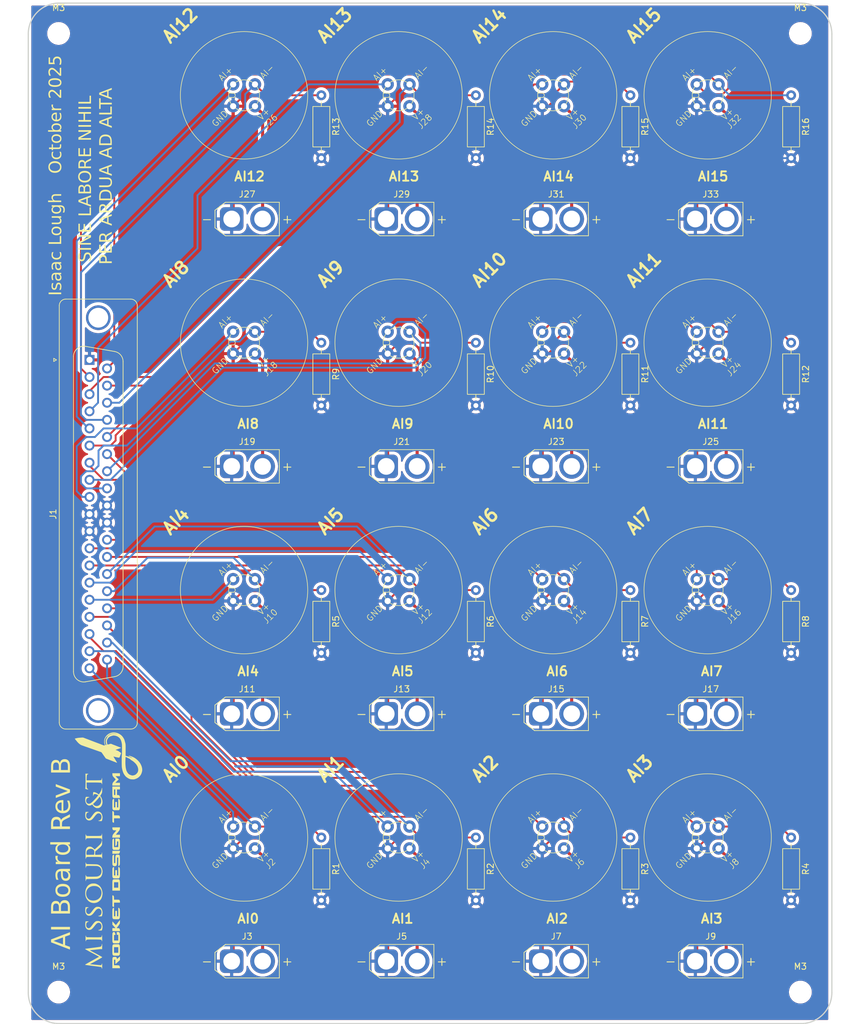
<source format=kicad_pcb>
(kicad_pcb (version 20241229) (generator "pcbnew") (generator_version "9.0")
  (title_block (title "AI Board") (date "2025-07-15") (rev "B") (company "Missouri S&T Rocket Design Team") (comment 1 "Designer: Isaac Lough"))
  (layers (0 "F.Cu" signal) (2 "B.Cu" signal) (13 "F.Paste" user) (15 "B.Paste" user) (5 "F.SilkS" user "F.Silkscreen") (7 "B.SilkS" user "B.Silkscreen") (1 "F.Mask" user) (3 "B.Mask" user) (25 "Edge.Cuts" user))
  (net 0 "")
  (net 1 "/AI9+")
  (net 2 "/AI15+")
  (net 3 "/AI1-")
  (net 4 "/AI12-")
  (net 5 "GND")
  (net 6 "/AI14+")
  (net 7 "/AI0+")
  (net 8 "/AI3+")
  (net 9 "/AI10+")
  (net 10 "/AI2+")
  (net 11 "/AI2-")
  (net 12 "/AI3-")
  (net 13 "/AI1+")
  (net 14 "/AI5-")
  (net 15 "/AI7+")
  (net 16 "/AI13-")
  (net 17 "/AI8-")
  (net 18 "/AI6-")
  (net 19 "/AI6+")
  (net 20 "/AI10-")
  (net 21 "/AI5+")
  (net 22 "/AI13+")
  (net 23 "/AI12+")
  (net 24 "/AI4+")
  (net 25 "/AI14-")
  (net 26 "/AI7-")
  (net 27 "/AI0-")
  (net 28 "/AI11-")
  (net 30 "/AI9-")
  (net 31 "/AI4-")
  (net 32 "/AI15-")
  (net 33 "/AI11+")
  (net 34 "/AI8+")
  (net 35 "Net-(J2-Pin_3)")
  (net 36 "Net-(J4-Pin_3)")
  (net 37 "Net-(J6-Pin_3)")
  (net 38 "Net-(J8-Pin_3)")
  (net 39 "Net-(J10-Pin_3)")
  (net 40 "Net-(J12-Pin_3)")
  (net 41 "Net-(J14-Pin_3)")
  (net 42 "Net-(J16-Pin_3)")
  (net 43 "Net-(J18-Pin_3)")
  (net 44 "Net-(J20-Pin_3)")
  (net 45 "Net-(J22-Pin_3)")
  (net 46 "Net-(J24-Pin_3)")
  (net 47 "Net-(J26-Pin_3)")
  (net 48 "Net-(J28-Pin_3)")
  (net 49 "Net-(J30-Pin_3)")
  (net 50 "Net-(J32-Pin_3)")
  (footprint "Metric_Circular_Connectors:M12 A-Code Amphenol" (layer "F.Cu") (at 125 110 45)
    (property "Reference" "J16")
    (property "Value" "AI7 M12")
  )
  (footprint "Resistor_THT:R_Axial_DIN0207_L6.3mm_D2.5mm_P10.16mm_Horizontal" (layer "F.Cu") (at 138.5 70 -90)
    (property "Reference" "R12")
    (property "Value" "1M")
  )
  (footprint "Metric_Circular_Connectors:M12 A-Code Amphenol" (layer "F.Cu") (at 100 70 45)
    (property "Reference" "J22")
    (property "Value" "AI10 M12")
  )
  (footprint "Connector_AMASS:AMASS_XT30U-F_1x02_P5.0mm_Vertical" (layer "F.Cu") (at 98 50)
    (property "Reference" "J31")
    (property "Value" "AI14 XT30")
  )
  (footprint "MountingHole:MountingHole_3.2mm_M3" (layer "F.Cu") (at 20 20)
    (property "Reference" "M3")
    (property "Value" "MountingHole_3.2mm_M3")
  )
  (footprint "Connector_AMASS:AMASS_XT30U-F_1x02_P5.0mm_Vertical" (layer "F.Cu") (at 73 170)
    (property "Reference" "J5")
    (property "Value" "AI1 XT30")
  )
  (footprint "MountingHole:MountingHole_3.2mm_M3" (layer "F.Cu") (at 140 20)
    (property "Reference" "M3")
    (property "Value" "MountingHole_3.2mm_M3")
  )
  (footprint "Metric_Circular_Connectors:M12 A-Code Amphenol" (layer "F.Cu") (at 125 30 45)
    (property "Reference" "J32")
    (property "Value" "AI15 M12")
  )
  (footprint "Metric_Circular_Connectors:M12 A-Code Amphenol" (layer "F.Cu") (at 50 110 45)
    (property "Reference" "J10")
    (property "Value" "AI4 M12")
  )
  (footprint "Metric_Circular_Connectors:M12 A-Code Amphenol" (layer "F.Cu") (at 100 150 45)
    (property "Reference" "J6")
    (property "Value" "AI2 M12")
  )
  (footprint "Metric_Circular_Connectors:M12 A-Code Amphenol" (layer "F.Cu") (at 50 70 45)
    (property "Reference" "J18")
    (property "Value" "AI8 M12")
  )
  (footprint "MST RDT PR:MSTRDTLogoFootprint11mm" (layer "F.Cu") (at 28.0904 152.0904 90)
    (property "Reference" "G***" (hide yes))
    (property "Value" "LOGO" (hide yes))
  )
  (footprint "Connector_AMASS:AMASS_XT30U-F_1x02_P5.0mm_Vertical" (layer "F.Cu") (at 98 90)
    (property "Reference" "J23")
    (property "Value" "AI10 XT30")
  )
  (footprint "Metric_Circular_Connectors:M12 A-Code Amphenol" (layer "F.Cu") (at 50 30 45)
    (property "Reference" "J26")
    (property "Value" "AI12 M12")
  )
  (footprint "Resistor_THT:R_Axial_DIN0207_L6.3mm_D2.5mm_P10.16mm_Horizontal" (layer "F.Cu") (at 138.5 150 -90)
    (property "Reference" "R4")
    (property "Value" "1M")
  )
  (footprint "Connector_Dsub:DSUB-37_Socket_Vertical_P2.77x2.84mm_MountingHoles" (layer "F.Cu") (at 25 72.78 90)
    (property "Reference" "J1")
    (property "Value" "DC37_Socket_MountingHoles")
  )
  (footprint "Resistor_THT:R_Axial_DIN0207_L6.3mm_D2.5mm_P10.16mm_Horizontal" (layer "F.Cu") (at 112.5 70 -90)
    (property "Reference" "R11")
    (property "Value" "1M")
  )
  (footprint "MountingHole:MountingHole_3.2mm_M3" (layer "F.Cu") (at 20 175)
    (property "Reference" "M3")
    (property "Value" "MountingHole_3.2mm_M3")
  )
  (footprint "Connector_AMASS:AMASS_XT30U-F_1x02_P5.0mm_Vertical" (layer "F.Cu") (at 123 50)
    (property "Reference" "J33")
    (property "Value" "AI15 XT30")
  )
  (footprint "Metric_Circular_Connectors:M12 A-Code Amphenol" (layer "F.Cu") (at 100 110 45)
    (property "Reference" "J14")
    (property "Value" "AI6 M12")
  )
  (footprint "Connector_AMASS:AMASS_XT30U-F_1x02_P5.0mm_Vertical" (layer "F.Cu") (at 48 130)
    (property "Reference" "J11")
    (property "Value" "AI4 XT30")
  )
  (footprint "Metric_Circular_Connectors:M12 A-Code Amphenol" (layer "F.Cu") (at 125 70 45)
    (property "Reference" "J24")
    (property "Value" "AI11 M12")
  )
  (footprint "Metric_Circular_Connectors:M12 A-Code Amphenol" (layer "F.Cu") (at 75 30 45)
    (property "Reference" "J28")
    (property "Value" "AI13 M12")
  )
  (footprint "Connector_AMASS:AMASS_XT30U-F_1x02_P5.0mm_Vertical" (layer "F.Cu") (at 48 90)
    (property "Reference" "J19")
    (property "Value" "AI8 XT30")
  )
  (footprint "Metric_Circular_Connectors:M12 A-Code Amphenol" (layer "F.Cu") (at 75 110 45)
    (property "Reference" "J12")
    (property "Value" "AI5 M12")
  )
  (footprint "Resistor_THT:R_Axial_DIN0207_L6.3mm_D2.5mm_P10.16mm_Horizontal" (layer "F.Cu") (at 87.5 150 -90)
    (property "Reference" "R2")
    (property "Value" "1M")
  )
  (footprint "Metric_Circular_Connectors:M12 A-Code Amphenol" (layer "F.Cu") (at 75 70 45)
    (property "Reference" "J20")
    (property "Value" "AI9 M12")
  )
  (footprint "Connector_AMASS:AMASS_XT30U-F_1x02_P5.0mm_Vertical" (layer "F.Cu") (at 73 130)
    (property "Reference" "J13")
    (property "Value" "AI5 XT30")
  )
  (footprint "Resistor_THT:R_Axial_DIN0207_L6.3mm_D2.5mm_P10.16mm_Horizontal" (layer "F.Cu") (at 87.5 70 -90)
    (property "Reference" "R10")
    (property "Value" "1M")
  )
  (footprint "Resistor_THT:R_Axial_DIN0207_L6.3mm_D2.5mm_P10.16mm_Horizontal" (layer "F.Cu") (at 138.5 30 -90)
    (property "Reference" "R16")
    (property "Value" "1M")
  )
  (footprint "Connector_AMASS:AMASS_XT30U-F_1x02_P5.0mm_Vertical" (layer "F.Cu") (at 98 170)
    (property "Reference" "J7")
    (property "Value" "AI2 XT30")
  )
  (footprint "Resistor_THT:R_Axial_DIN0207_L6.3mm_D2.5mm_P10.16mm_Horizontal" (layer "F.Cu") (at 87.5 110 -90)
    (property "Reference" "R6")
    (property "Value" "1M")
  )
  (footprint "Connector_AMASS:AMASS_XT30U-F_1x02_P5.0mm_Vertical" (layer "F.Cu") (at 73 90)
    (property "Reference" "J21")
    (property "Value" "AI9 XT30")
  )
  (footprint "Resistor_THT:R_Axial_DIN0207_L6.3mm_D2.5mm_P10.16mm_Horizontal" (layer "F.Cu") (at 138.5 110 -90)
    (property "Reference" "R8")
    (property "Value" "1M")
  )
  (footprint "Resistor_THT:R_Axial_DIN0207_L6.3mm_D2.5mm_P10.16mm_Horizontal" (layer "F.Cu") (at 87.5 30 -90)
    (property "Reference" "R14")
    (property "Value" "1M")
  )
  (footprint "Resistor_THT:R_Axial_DIN0207_L6.3mm_D2.5mm_P10.16mm_Horizontal" (layer "F.Cu") (at 112.5 30 -90)
    (property "Reference" "R15")
    (property "Value" "1M")
  )
  (footprint "Connector_AMASS:AMASS_XT30U-F_1x02_P5.0mm_Vertical" (layer "F.Cu") (at 48 170)
    (property "Reference" "J3")
    (property "Value" "AI0 XT30")
  )
  (footprint "Metric_Circular_Connectors:M12 A-Code Amphenol" (layer "F.Cu") (at 75 150 45)
    (property "Reference" "J4")
    (property "Value" "AI1 M12")
  )
  (footprint "MountingHole:MountingHole_3.2mm_M3" (layer "F.Cu") (at 140 175)
    (property "Reference" "M3")
    (property "Value" "MountingHole_3.2mm_M3")
  )
  (footprint "Metric_Circular_Connectors:M12 A-Code Amphenol" (layer "F.Cu") (at 50 150 45)
    (property "Reference" "J2")
    (property "Value" "AI0 M12")
  )
  (footprint "Connector_AMASS:AMASS_XT30U-F_1x02_P5.0mm_Vertical" (layer "F.Cu") (at 48 50)
    (property "Reference" "J27")
    (property "Value" "AI12 XT30")
  )
  (footprint "Connector_AMASS:AMASS_XT30U-F_1x02_P5.0mm_Vertical" (layer "F.Cu") (at 98 130)
    (property "Reference" "J15")
    (property "Value" "AI6 XT30")
  )
  (footprint "Connector_AMASS:AMASS_XT30U-F_1x02_P5.0mm_Vertical" (layer "F.Cu") (at 123 130)
    (property "Reference" "J17")
    (property "Value" "AI7 XT30")
  )
  (footprint "Connector_AMASS:AMASS_XT30U-F_1x02_P5.0mm_Vertical" (layer "F.Cu") (at 123 170)
    (property "Reference" "J9")
    (property "Value" "AI3 XT30")
  )
  (footprint "Connector_AMASS:AMASS_XT30U-F_1x02_P5.0mm_Vertical" (layer "F.Cu") (at 73 50)
    (property "Reference" "J29")
    (property "Value" "AI13 XT30")
  )
  (footprint "Connector_AMASS:AMASS_XT30U-F_1x02_P5.0mm_Vertical" (layer "F.Cu") (at 123 90)
    (property "Reference" "J25")
    (property "Value" "AI11 XT30")
  )
  (footprint "Resistor_THT:R_Axial_DIN0207_L6.3mm_D2.5mm_P10.16mm_Horizontal" (layer "F.Cu") (at 112.5 150 -90)
    (property "Reference" "R3")
    (property "Value" "1M")
  )
  (footprint "Resistor_THT:R_Axial_DIN0207_L6.3mm_D2.5mm_P10.16mm_Horizontal" (layer "F.Cu") (at 112.5 110 -90)
    (property "Reference" "R7")
    (property "Value" "1M")
  )
  (footprint "Metric_Circular_Connectors:M12 A-Code Amphenol" (layer "F.Cu") (at 100 30 45)
    (property "Reference" "J30")
    (property "Value" "AI14 M12")
  )
  (footprint "Resistor_THT:R_Axial_DIN0207_L6.3mm_D2.5mm_P10.16mm_Horizontal" (layer "F.Cu") (at 62.5 110 -90)
    (property "Reference" "R5")
    (property "Value" "1M")
  )
  (footprint "Resistor_THT:R_Axial_DIN0207_L6.3mm_D2.5mm_P10.16mm_Horizontal" (layer "F.Cu") (at 62.5 70 -90)
    (property "Reference" "R9")
    (property "Value" "1M")
  )
  (footprint "Resistor_THT:R_Axial_DIN0207_L6.3mm_D2.5mm_P10.16mm_Horizontal" (layer "F.Cu") (at 62.5 30 -90)
    (property "Reference" "R13")
    (property "Value" "1M")
  )
  (footprint "Resistor_THT:R_Axial_DIN0207_L6.3mm_D2.5mm_P10.16mm_Horizontal" (layer "F.Cu") (at 62.5 150 -90)
    (property "Reference" "R1")
    (property "Value" "1M")
  )
  (footprint "Metric_Circular_Connectors:M12 A-Code Amphenol" (layer "F.Cu") (at 125 150 45)
    (property "Reference" "J8")
    (property "Value" "AI3 M12")
  )
  (gr_arc (start 140.0904 15.0904) (mid 143.625934 16.554866) (end 145.0904 20.0904) (stroke (width 0.2)) (layer "Edge.Cuts"))
  (gr_arc (start 20.0904 180.0904) (mid 16.554866 178.625934) (end 15.0904 175.0904) (stroke (width 0.2)) (layer "Edge.Cuts"))
  (gr_line (start 15.0904 20.0904) (end 15.0904 175.0904) (stroke (width 0.2)) (layer "Edge.Cuts"))
  (gr_line (start 20.0904 180.0904) (end 140.0904 180.0904) (stroke (width 0.2)) (layer "Edge.Cuts"))
  (gr_arc (start 15.0904 20.0904) (mid 16.554866 16.554866) (end 20.0904 15.0904) (stroke (width 0.2)) (layer "Edge.Cuts"))
  (gr_line (start 20.0904 15.0904) (end 140.0904 15.0904) (stroke (width 0.2)) (layer "Edge.Cuts"))
  (gr_arc (start 145.0904 175.0904) (mid 143.625934 178.625934) (end 140.0904 180.0904) (stroke (width 0.2)) (layer "Edge.Cuts"))
  (gr_line (start 145.0904 175.0904) (end 145.0904 20.0904) (stroke (width 0.2)) (layer "Edge.Cuts"))
  (gr_text "SINE LABORE NIHIL \nPER ARDUA AD ALTA" (at 26.0904 43.0904 90) (layer "F.SilkS") (effects (font (size 2 2) (thickness 0.35) (italic yes))))
  (gr_text "AI9" (at 73.75 84 0) (layer "F.SilkS") (effects (font (size 1.5 1.5) (thickness 0.3) (bold yes)) (justify left bottom)))
  (gr_text "AI6" (at 98.75 124 0) (layer "F.SilkS") (effects (font (size 1.5 1.5) (thickness 0.3) (bold yes)) (justify left bottom)))
  (gr_text "AI12" (at 38 22 45) (layer "F.SilkS") (effects (font (size 2 2) (thickness 0.4) (bold yes)) (justify left bottom)))
  (gr_text "AI15" (at 113 22 45) (layer "F.SilkS") (effects (font (size 2 2) (thickness 0.4) (bold yes)) (justify left bottom)))
  (gr_text "AI8" (at 48.75 84 0) (layer "F.SilkS") (effects (font (size 1.5 1.5) (thickness 0.3) (bold yes)) (justify left bottom)))
  (gr_text "AI11" (at 123.25 84 0) (layer "F.SilkS") (effects (font (size 1.5 1.5) (thickness 0.3) (bold yes)) (justify left bottom)))
  (gr_text "AI5" (at 63 101.5 45) (layer "F.SilkS") (effects (font (size 2 2) (thickness 0.4) (bold yes)) (justify left bottom)))
  (gr_text "AI9" (at 63 61.5 45) (layer "F.SilkS") (effects (font (size 2 2) (thickness 0.4) (bold yes)) (justify left bottom)))
  (gr_text "AI1\n" (at 73.75 164 0) (layer "F.SilkS") (effects (font (size 1.5 1.5) (thickness 0.3) (bold yes)) (justify left bottom)))
  (gr_text "AI11" (at 113 61.5 45) (layer "F.SilkS") (effects (font (size 2 2) (thickness 0.4) (bold yes)) (justify left bottom)))
  (gr_text "AI3" (at 123.75 164 0) (layer "F.SilkS") (effects (font (size 1.5 1.5) (thickness 0.3) (bold yes)) (justify left bottom)))
  (gr_text "AI2" (at 98.75 164 0) (layer "F.SilkS") (effects (font (size 1.5 1.5) (thickness 0.3) (bold yes)) (justify left bottom)))
  (gr_text "AI7" (at 113 101.5 45) (layer "F.SilkS") (effects (font (size 2 2) (thickness 0.4) (bold yes)) (justify left bottom)))
  (gr_text "AI15" (at 123.25 44 0) (layer "F.SilkS") (effects (font (size 1.5 1.5) (thickness 0.3) (bold yes)) (justify left bottom)))
  (gr_text "AI0\n" (at 38 141.5 45) (layer "F.SilkS") (effects (font (size 2 2) (thickness 0.4) (bold yes)) (justify left bottom)))
  (gr_text "AI13" (at 73.25 44 0) (layer "F.SilkS") (effects (font (size 1.5 1.5) (thickness 0.3) (bold yes)) (justify left bottom)))
  (gr_text "AI4" (at 48.75 124 0) (layer "F.SilkS") (effects (font (size 1.5 1.5) (thickness 0.3) (bold yes)) (justify left bottom)))
  (gr_text "AI14" (at 88 22 45) (layer "F.SilkS") (effects (font (size 2 2) (thickness 0.4) (bold yes)) (justify left bottom)))
  (gr_text "AI14" (at 98.25 44 0) (layer "F.SilkS") (effects (font (size 1.5 1.5) (thickness 0.3) (bold yes)) (justify left bottom)))
  (gr_text "AI10" (at 88 61.5 45) (layer "F.SilkS") (effects (font (size 2 2) (thickness 0.4) (bold yes)) (justify left bottom)))
  (gr_text "AI10" (at 98.25 84 0) (layer "F.SilkS") (effects (font (size 1.5 1.5) (thickness 0.3) (bold yes)) (justify left bottom)))
  (gr_text "AI2\n" (at 88 141.5 45) (layer "F.SilkS") (effects (font (size 2 2) (thickness 0.4) (bold yes)) (justify left bottom)))
  (gr_text "AI Board Rev B" (at 20.5904 152.5904 90) (layer "F.SilkS") (effects (font (size 3 3) (thickness 0.375))))
  (gr_text "AI12" (at 48.25 44 0) (layer "F.SilkS") (effects (font (size 1.5 1.5) (thickness 0.3) (bold yes)) (justify left bottom)))
  (gr_text "AI7" (at 123.75 124 0) (layer "F.SilkS") (effects (font (size 1.5 1.5) (thickness 0.3) (bold yes)) (justify left bottom)))
  (gr_text "AI4" (at 38 101.5 45) (layer "F.SilkS") (effects (font (size 2 2) (thickness 0.4) (bold yes)) (justify left bottom)))
  (gr_text "Isaac Lough" (at 19.5904 54.0904 90) (layer "F.SilkS") (effects (font (size 2 2) (thickness 0.225))))
  (gr_text "AI0\n" (at 48.75 164 0) (layer "F.SilkS") (effects (font (size 1.5 1.5) (thickness 0.3) (bold yes)) (justify left bottom)))
  (gr_text "October 2025" (at 19.5904 33.0904 90) (layer "F.SilkS") (effects (font (size 2 2) (thickness 0.225))))
  (gr_text "AI13" (at 63 22 45) (layer "F.SilkS") (effects (font (size 2 2) (thickness 0.4) (bold yes)) (justify left bottom)))
  (gr_text "AI1\n" (at 63 141.5 45) (layer "F.SilkS") (effects (font (size 2 2) (thickness 0.4) (bold yes)) (justify left bottom)))
  (gr_text "AI8\n" (at 38 61.5 45) (layer "F.SilkS") (effects (font (size 2 2) (thickness 0.4) (bold yes)) (justify left bottom)))
  (gr_text "AI6" (at 88 101.5 45) (layer "F.SilkS") (effects (font (size 2 2) (thickness 0.4) (bold yes)) (justify left bottom)))
  (gr_text "AI3" (at 113 141.5 45) (layer "F.SilkS") (effects (font (size 2 2) (thickness 0.4) (bold yes)) (justify left bottom)))
  (gr_text "AI5" (at 73.75 124 0) (layer "F.SilkS") (effects (font (size 1.5 1.5) (thickness 0.3) (bold yes)) (justify left bottom)))
  (segment (start 78.994 68.218917) (end 77.423716 66.648633) (width 0.3) (layer "B.Cu") (net 1))
  (segment (start 79.2988 68.523717) (end 78.994 68.218917) (width 0.3) (layer "B.Cu") (net 1))
  (segment (start 79.2988 72.443039) (end 79.2988 68.523717) (width 0.3) (layer "B.Cu") (net 1))
  (segment (start 46.546739 74.034967) (end 77.706872 74.034967) (width 0.3) (layer "B.Cu") (net 1))
  (segment (start 77.423716 66.648633) (end 74.815833 66.648633) (width 0.3) (layer "B.Cu") (net 1))
  (segment (start 28.411706 92.17) (end 46.546739 74.034967) (width 0.3) (layer "B.Cu") (net 1))
  (segment (start 25 92.17) (end 28.411706 92.17) (width 0.3) (layer "B.Cu") (net 1))
  (segment (start 74.815833 66.648633) (end 73.232233 68.232233) (width 0.3) (layer "B.Cu") (net 1))
  (segment (start 77.706872 74.034967) (end 79.2988 72.443039) (width 0.3) (layer "B.Cu") (net 1))
  (segment (start 128.351367 27.576284) (end 128.351367 28.888182) (width 0.3) (layer "F.Cu") (net 2))
  (segment (start 25 75.55) (end 23.6164 74.1664) (width 0.3) (layer "F.Cu") (net 2))
  (segment (start 23.6164 74.1664) (end 23.6164 49.641761) (width 0.3) (layer "F.Cu") (net 2))
  (segment (start 126.733883 25.9588) (end 128.351367 27.576284) (width 0.3) (layer "F.Cu") (net 2))
  (segment (start 124.815833 29.815833) (end 123.232233 28.232233) (width 0.3) (layer "F.Cu") (net 2))
  (segment (start 127.423716 29.815833) (end 124.815833 29.815833) (width 0.3) (layer "F.Cu") (net 2))
  (segment (start 23.6164 49.641761) (end 47.299361 25.9588) (width 0.3) (layer "F.Cu") (net 2))
  (segment (start 47.299361 25.9588) (end 126.733883 25.9588) (width 0.3) (layer "F.Cu") (net 2))
  (segment (start 128.351367 28.888182) (end 127.423716 29.815833) (width 0.3) (layer "F.Cu") (net 2))
  (segment (start 76.767767 148.232233) (end 78.535534 150) (width 0.3) (layer "F.Cu") (net 3))
  (segment (start 78.535534 150) (end 87.5 150) (width 0.3) (layer "F.Cu") (net 3))
  (segment (start 28.6706 118.485) (end 47.8536 137.668) (width 0.3) (layer "B.Cu") (net 3))
  (segment (start 27.84 118.485) (end 28.6706 118.485) (width 0.3) (layer "B.Cu") (net 3))
  (segment (start 47.8536 137.668) (end 66.203534 137.668) (width 0.3) (layer "B.Cu") (net 3))
  (segment (start 66.203534 137.668) (end 76.767767 148.232233) (width 0.3) (layer "B.Cu") (net 3))
  (segment (start 62.5 30) (end 53.535534 30) (width 0.3) (layer "F.Cu") (net 4))
  (segment (start 53.535534 30) (end 51.767767 28.232233) (width 0.3) (layer "F.Cu") (net 4))
  (segment (start 27.84 82.475) (end 24.428294 82.475) (width 0.3) (layer "B.Cu") (net 4))
  (segment (start 50.184167 32.055382) (end 50.184167 29.815833) (width 0.3) (layer "B.Cu") (net 4))
  (segment (start 23.6164 81.663106) (end 23.6164 58.623149) (width 0.3) (layer "B.Cu") (net 4))
  (segment (start 23.6164 58.623149) (end 50.184167 32.055382) (width 0.3) (layer "B.Cu") (net 4))
  (segment (start 24.428294 82.475) (end 23.6164 81.663106) (width 0.3) (layer "B.Cu") (net 4))
  (segment (start 50.184167 29.815833) (end 51.767767 28.232233) (width 0.3) (layer "B.Cu") (net 4))
  (segment (start 128.524167 70.184167) (end 124.815833 70.184167) (width 0.3) (layer "F.Cu") (net 5))
  (segment (start 49.815833 150.184167) (end 48.232233 151.767767) (width 0.3) (layer "F.Cu") (net 5))
  (segment (start 74.815833 30.184167) (end 73.232233 31.767767) (width 0.3) (layer "F.Cu") (net 5))
  (segment (start 123.232233 31.767767) (end 123.232233 49.767767) (width 0.5) (layer "F.Cu") (net 5))
  (segment (start 123.232233 111.767767) (end 123.232233 129.767767) (width 0.5) (layer "F.Cu") (net 5))
  (segment (start 74.815833 70.184167) (end 73.232233 71.767767) (width 0.3) (layer "F.Cu") (net 5))
  (segment (start 52.524167 30.184167) (end 49.815833 30.184167) (width 0.3) (layer "F.Cu") (net 5))
  (segment (start 98.232233 169.767767) (end 98 170) (width 0.3) (layer "F.Cu") (net 5))
  (segment (start 102.524167 110.184167) (end 99.815833 110.184167) (width 0.3) (layer "F.Cu") (net 5))
  (segment (start 73.232233 31.767767) (end 73.232233 49.767767) (width 0.5) (layer "F.Cu") (net 5))
  (segment (start 98.232233 129.767767) (end 98 130) (width 0.3) (layer "F.Cu") (net 5))
  (segment (start 98.232233 71.767767) (end 98.232233 89.767767) (width 0.5) (layer "F.Cu") (net 5))
  (segment (start 87.5 40.16) (end 77.524167 30.184167) (width 0.3) (layer "F.Cu") (net 5))
  (segment (start 112.5 80.16) (end 102.524167 70.184167) (width 0.3) (layer "F.Cu") (net 5))
  (segment (start 138.5 80.16) (end 128.524167 70.184167) (width 0.3) (layer "F.Cu") (net 5))
  (segment (start 100.782589 70.184167) (end 99.198989 71.767767) (width 0.3) (layer "F.Cu") (net 5))
  (segment (start 73.232233 169.767767) (end 73 170) (width 0.3) (layer "F.Cu") (net 5))
  (segment (start 52.3932 70.0532) (end 49.9468 70.0532) (width 0.3) (layer "F.Cu") (net 5))
  (segment (start 98.232233 89.767767) (end 98 90) (width 0.3) (layer "F.Cu") (net 5))
  (segment (start 49.815833 110.184167) (end 48.232233 111.767767) (width 0.3) (layer "F.Cu") (net 5))
  (segment (start 123.232233 49.767767) (end 123 50) (width 0.3) (layer "F.Cu") (net 5))
  (segment (start 48.232233 49.767767) (end 48 50) (width 0.3) (layer "F.Cu") (net 5))
  (segment (start 102.524167 150.184167) (end 99.815833 150.184167) (width 0.3) (layer "F.Cu") (net 5))
  (segment (start 112.5 160.16) (end 102.524167 150.184167) (width 0.3) (layer "F.Cu") (net 5))
  (segment (start 62.5 80.16) (end 52.3932 70.0532) (width 0.3) (layer "F.Cu") (net 5))
  (segment (start 48.232233 31.767767) (end 48.232233 49.767767) (width 0.5) (layer "F.Cu") (net 5))
  (segment (start 48.232233 111.767767) (end 48.232233 129.767767) (width 0.5) (layer "F.Cu") (net 5))
  (segment (start 49.815833 30.184167) (end 48.232233 31.767767) (width 0.3) (layer "F.Cu") (net 5))
  (segment (start 52.524167 150.184167) (end 49.815833 150.184167) (width 0.3) (layer "F.Cu") (net 5))
  (segment (start 98.232233 111.767767) (end 98.232233 129.767767) (width 0.5) (layer "F.Cu") (net 5))
  (segment (start 124.815833 150.184167) (end 123.232233 151.767767) (width 0.3) (layer "F.Cu") (net 5))
  (segment (start 99.815833 150.184167) (end 98.232233 151.767767) (width 0.3) (layer "F.Cu") (net 5))
  (segment (start 102.524167 70.184167) (end 100.782589 70.184167) (width 0.3) (layer "F.Cu") (net 5))
  (segment (start 87.5 120.16) (end 77.524167 110.184167) (width 0.3) (layer "F.Cu") (net 5))
  (segment (start 48.232233 129.767767) (end 48 130) (width 0.3) (layer "F.Cu") (net 5))
  (segment (start 74.815833 110.184167) (end 73.232233 111.767767) (width 0.3) (layer "F.Cu") (net 5))
  (segment (start 77.524167 30.184167) (end 74.815833 30.184167) (width 0.3) (layer "F.Cu") (net 5))
  (segment (start 73.232233 49.767767) (end 73 50) (width 0.3) (layer "F.Cu") (net 5))
  (segment (start 73.232233 111.767767) (end 73.232233 129.767767) (width 0.5) (layer "F.Cu") (net 5))
  (segment (start 123.232233 169.767767) (end 123 170) (width 0.3) (layer "F.Cu") (net 5))
  (segment (start 62.5 160.16) (end 52.524167 150.184167) (width 0.3) (layer "F.Cu") (net 5))
  (segment (start 48.232233 89.767767) (end 48 90) (width 0.3) (layer "F.Cu") (net 5))
  (segment (start 73.232233 71.767767) (end 73.232233 89.767767) (width 0.5) (layer "F.Cu") (net 5))
  (segment (start 49.9468 70.0532) (end 48.232233 71.767767) (width 0.3) (layer "F.Cu") (net 5))
  (segment (start 123.232233 129.767767) (end 123 130) (width 0.3) (layer "F.Cu") (net 5))
  (segment (start 62.5 40.16) (end 52.524167 30.184167) (width 0.3) (layer "F.Cu") (net 5))
  (segment (start 98.232233 49.767767) (end 98 50) (width 0.3) (layer "F.Cu") (net 5))
  (segment (start 77.524167 150.184167) (end 74.815833 150.184167) (width 0.3) (layer "F.Cu") (net 5))
  (segment (start 73.232233 89.767767) (end 73 90) (width 0.3) (layer "F.Cu") (net 5))
  (segment (start 123.232233 71.767767) (end 123.232233 89.767767) (width 0.5) (layer "F.Cu") (net 5))
  (segment (start 123.232233 89.767767) (end 123 90) (width 0.3) (layer "F.Cu") (net 5))
  (segment (start 99.198989 31.767767) (end 98.232233 31.767767) (width 0.3) (layer "F.Cu") (net 5))
  (segment (start 87.5 80.16) (end 77.524167 70.184167) (width 0.3) (layer "F.Cu") (net 5))
  (segment (start 100.782589 30.184167) (end 99.198989 31.767767) (width 0.3) (layer "F.Cu") (net 5))
  (segment (start 98.232233 151.767767) (end 98.232233 169.767767) (width 0.5) (layer "F.Cu") (net 5))
  (segment (start 77.524167 70.184167) (end 74.815833 70.184167) (width 0.3) (layer "F.Cu") (net 5))
  (segment (start 124.815833 110.184167) (end 123.232233 111.767767) (width 0.3) (layer "F.Cu") (net 5))
  (segment (start 77.524167 110.184167) (end 74.815833 110.184167) (width 0.3) (layer "F.Cu") (net 5))
  (segment (start 112.5 120.16) (end 102.524167 110.184167) (width 0.3) (layer "F.Cu") (net 5))
  (segment (start 128.524167 150.184167) (end 124.815833 150.184167) (width 0.3) (layer "F.Cu") (net 5))
  (segment (start 74.815833 150.184167) (end 73.232233 151.767767) (width 0.3) (layer "F.Cu") (net 5))
  (segment (start 99.815833 110.184167) (end 98.232233 111.767767) (width 0.3) (layer "F.Cu") (net 5))
  (segment (start 87.5 160.16) (end 77.524167 150.184167) (width 0.3) (layer "F.Cu") (net 5))
  (segment (start 128.524167 110.184167) (end 124.815833 110.184167) (width 0.3) (layer "F.Cu") (net 5))
  (segment (start 112.5 40.16) (end 102.524167 30.184167) (width 0.3) (layer "F.Cu") (net 5))
  (segment (start 102.524167 30.184167) (end 100.782589 30.184167) (width 0.3) (layer "F.Cu") (net 5))
  (segment (start 138.5 120.16) (end 128.524167 110.184167) (width 0.3) (layer "F.Cu") (net 5))
  (segment (start 99.198989 71.767767) (end 98.232233 71.767767) (width 0.3) (layer "F.Cu") (net 5))
  (segment (start 48.232233 71.767767) (end 48.232233 89.767767) (width 0.5) (layer "F.Cu") (net 5))
  (segment (start 48.232233 151.767767) (end 48.232233 169.767767) (width 0.5) (layer "F.Cu") (net 5))
  (segment (start 98.232233 31.767767) (end 98.232233 49.767767) (width 0.5) (layer "F.Cu") (net 5))
  (segment (start 124.815833 70.184167) (end 123.232233 71.767767) (width 0.3) (layer "F.Cu") (net 5))
  (segment (start 138.5 160.16) (end 128.524167 150.184167) (width 0.3) (layer "F.Cu") (net 5))
  (segment (start 73.232233 129.767767) (end 73 130) (width 0.3) (layer "F.Cu") (net 5))
  (segment (start 52.524167 110.184167) (end 49.815833 110.184167) (width 0.3) (layer "F.Cu") (net 5))
  (segment (start 62.5 120.16) (end 52.524167 110.184167) (width 0.3) (layer "F.Cu") (net 5))
  (segment (start 73.232233 151.767767) (end 73.232233 169.767767) (width 0.5) (layer "F.Cu") (net 5))
  (segment (start 48.232233 169.767767) (end 48 170) (width 0.3) (layer "F.Cu") (net 5))
  (segment (start 123.232233 151.767767) (end 123.232233 169.767767) (width 0.5) (layer "F.Cu") (net 5))
  (segment (start 138.5 40.16) (end 131.624466 40.16) (width 0.3) (layer "B.Cu") (net 5))
  (segment (start 131.624466 40.16) (end 123.232233 31.767767) (width 0.3) (layer "B.Cu") (net 5))
  (segment (start 84.0232 55.0164) (end 93.472 45.5676) (width 0.3) (layer "F.Cu") (net 6))
  (segment (start 96.938967 28.232233) (end 98.232233 28.232233) (width 0.3) (layer "F.Cu") (net 6))
  (segment (start 55.7784 55.0164) (end 84.0232 55.0164) (width 0.3) (layer "F.Cu") (net 6))
  (segment (start 93.472 45.5676) (end 93.472 31.6992) (width 0.3) (layer "F.Cu") (net 6))
  (segment (start 27.266894 75.5486) (end 35.2462 75.5486) (width 0.3) (layer "F.Cu") (net 6))
  (segment (start 35.2462 75.5486) (end 55.7784 55.0164) (width 0.3) (layer "F.Cu") (net 6))
  (segment (start 93.472 31.6992) (end 96.938967 28.232233) (width 0.3) (layer "F.Cu") (net 6))
  (segment (start 25 78.32) (end 25 77.815494) (width 0.3) (layer "F.Cu") (net 6))
  (segment (start 25 77.815494) (end 27.266894 75.5486) (width 0.3) (layer "F.Cu") (net 6))
  (segment (start 48.232233 145.872233) (end 48.232233 148.232233) (width 0.3) (layer "B.Cu") (net 7))
  (segment (start 25 122.64) (end 48.232233 145.872233) (width 0.3) (layer "B.Cu") (net 7))
  (segment (start 115.3604 140.3604) (end 123.232233 148.232233) (width 0.3) (layer "F.Cu") (net 8))
  (segment (start 30.51 114.33) (end 42.177 125.997) (width 0.3) (layer "F.Cu") (net 8))
  (segment (start 25 114.33) (end 25 114.831706) (width 0.3) (layer "F.Cu") (net 8))
  (segment (start 51.712844 140.3604) (end 115.3604 140.3604) (width 0.3) (layer "F.Cu") (net 8))
  (segment (start 25 114.831706) (end 25.592075 114.239631) (width 0.3) (layer "F.Cu") (net 8))
  (segment (start 25 114.33) (end 30.51 114.33) (width 0.3) (layer "F.Cu") (net 8))
  (segment (start 42.177 130.824556) (end 51.712844 140.3604) (width 0.3) (layer "F.Cu") (net 8))
  (segment (start 42.177 125.997) (end 42.177 130.824556) (width 0.3) (layer "F.Cu") (net 8))
  (segment (start 115.8748 70.4596) (end 112.063833 66.648633) (width 0.3) (layer "F.Cu") (net 9))
  (segment (start 27.266894 92.1686) (end 31.026844 92.1686) (width 0.3) (layer "F.Cu") (net 9))
  (segment (start 115.8748 84.4804) (end 115.8748 70.4596) (width 0.3) (layer "F.Cu") (net 9))
  (segment (start 25 89.4) (end 25 89.901706) (width 0.3) (layer "F.Cu") (net 9))
  (segment (start 99.815833 66.648633) (end 98.232233 68.232233) (width 0.3) (layer "F.Cu") (net 9))
  (segment (start 102.423716 66.648633) (end 99.815833 66.648633) (width 0.3) (layer "F.Cu") (net 9))
  (segment (start 104.2416 96.1136) (end 115.8748 84.4804) (width 0.3) (layer "F.Cu") (net 9))
  (segment (start 25 89.901706) (end 27.266894 92.1686) (width 0.3) (layer "F.Cu") (net 9))
  (segment (start 34.971844 96.1136) (end 104.2416 96.1136) (width 0.3) (layer "F.Cu") (net 9))
  (segment (start 112.063833 66.648633) (end 102.0064 66.648633) (width 0.3) (layer "F.Cu") (net 9))
  (segment (start 31.026844 92.1686) (end 34.971844 96.1136) (width 0.3) (layer "F.Cu") (net 9))
  (segment (start 27.266894 119.8686) (end 29.287532 119.8686) (width 0.3) (layer "F.Cu") (net 10))
  (segment (start 56.067565 146.648633) (end 96.648633 146.648633) (width 0.3) (layer "F.Cu") (net 10))
  (segment (start 29.287532 119.8686) (end 56.067565 146.648633) (width 0.3) (layer "F.Cu") (net 10))
  (segment (start 25 117.1) (end 25 117.601706) (width 0.3) (layer "F.Cu") (net 10))
  (segment (start 96.648633 146.648633) (end 98.232233 148.232233) (width 0.3) (layer "F.Cu") (net 10))
  (segment (start 25 117.601706) (end 27.266894 119.8686) (width 0.3) (layer "F.Cu") (net 10))
  (segment (start 103.535534 150) (end 101.767767 148.232233) (width 0.3) (layer "F.Cu") (net 11))
  (segment (start 41.4934 129.3684) (end 41.4934 131.107712) (width 0.3) (layer "F.Cu") (net 11))
  (segment (start 41.4934 131.107712) (end 52.016088 141.6304) (width 0.3) (layer "F.Cu") (net 11))
  (segment (start 52.016088 141.6304) (end 96.3676 141.6304) (width 0.3) (layer "F.Cu") (net 11))
  (segment (start 101.767767 147.030567) (end 101.767767 148.232233) (width 0.3) (layer "F.Cu") (net 11))
  (segment (start 96.3676 141.6304) (end 101.767767 147.030567) (width 0.3) (layer "F.Cu") (net 11))
  (segment (start 27.84 115.715) (end 41.4934 129.3684) (width 0.3) (layer "F.Cu") (net 11))
  (segment (start 112.5 150) (end 103.535534 150) (width 0.3) (layer "F.Cu") (net 11))
  (segment (start 138.5 150) (end 136.732233 148.232233) (width 0.3) (layer "F.Cu") (net 12))
  (segment (start 118.364 139.3952) (end 126.767767 147.798967) (width 0.3) (layer "F.Cu") (net 12))
  (segment (start 42.8606 130.5414) (end 51.7144 139.3952) (width 0.3) (layer "F.Cu") (net 12))
  (segment (start 51.7144 139.3952) (end 118.364 139.3952) (width 0.3) (layer "F.Cu") (net 12))
  (segment (start 42.8606 125.6138) (end 42.8606 130.5414) (width 0.3) (layer "F.Cu") (net 12))
  (segment (start 30.1918 112.945) (end 42.8606 125.6138) (width 0.3) (layer "F.Cu") (net 12))
  (segment (start 126.767767 147.798967) (end 126.767767 148.232233) (width 0.3) (layer "F.Cu") (net 12))
  (segment (start 136.732233 148.232233) (end 126.767767 148.232233) (width 0.3) (layer "F.Cu") (net 12))
  (segment (start 27.84 112.945) (end 30.1918 112.945) (width 0.3) (layer "F.Cu") (net 12))
  (segment (start 28.938 119.87) (end 46.3804 137.3124) (width 0.3) (layer "B.Cu") (net 13))
  (segment (start 48.3108 139.3444) (end 64.3444 139.3444) (width 0.3) (layer "B.Cu") (net 13))
  (segment (start 46.3804 137.414) (end 48.3108 139.3444) (width 0.3) (layer "B.Cu") (net 13))
  (segment (start 46.3804 137.3124) (end 46.3804 137.414) (width 0.3) (layer "B.Cu") (net 13))
  (segment (start 64.3444 139.3444) (end 73.232233 148.232233) (width 0.3) (layer "B.Cu") (net 13))
  (segment (start 25 119.87) (end 28.938 119.87) (width 0.3) (layer "B.Cu") (net 13))
  (segment (start 78.535534 110) (end 76.767767 108.232233) (width 0.3) (layer "F.Cu") (net 14))
  (segment (start 87.5 110) (end 78.535534 110) (width 0.3) (layer "F.Cu") (net 14))
  (segment (start 68.255934 99.7204) (end 76.767767 108.232233) (width 0.3) (layer "B.Cu") (net 14))
  (segment (start 27.84 107.405) (end 35.5246 99.7204) (width 0.3) (layer "B.Cu") (net 14))
  (segment (start 35.5246 99.7204) (end 68.255934 99.7204) (width 0.3) (layer "B.Cu") (net 14))
  (segment (start 25 103.25) (end 29.3844 103.25) (width 0.3) (layer "F.Cu") (net 15))
  (segment (start 114.448 97.4808) (end 123.232233 106.265033) (width 0.3) (layer "F.Cu") (net 15))
  (segment (start 29.3844 103.25) (end 35.1536 97.4808) (width 0.3) (layer "F.Cu") (net 15))
  (segment (start 123.232233 106.265033) (end 123.232233 108.232233) (width 0.3) (layer "F.Cu") (net 15))
  (segment (start 35.1536 97.4808) (end 114.448 97.4808) (width 0.3) (layer "F.Cu") (net 15))
  (segment (start 87.5 30) (end 78.535534 30) (width 0.3) (layer "F.Cu") (net 16))
  (segment (start 78.535534 30) (end 76.767767 28.232233) (width 0.3) (layer "F.Cu") (net 16))
  (segment (start 75.184167 34.340633) (end 75.184167 29.815833) (width 0.3) (layer "B.Cu") (net 16))
  (segment (start 29.8198 79.705) (end 75.184167 34.340633) (width 0.3) (layer "B.Cu") (net 16))
  (segment (start 27.84 79.705) (end 29.8198 79.705) (width 0.3) (layer "B.Cu") (net 16))
  (segment (start 75.184167 29.815833) (end 76.767767 28.232233) (width 0.3) (layer "B.Cu") (net 16))
  (segment (start 62.5 70) (end 60.732233 68.232233) (width 0.3) (layer "F.Cu") (net 17))
  (segment (start 60.732233 68.232233) (end 51.767767 68.232233) (width 0.3) (layer "F.Cu") (net 17))
  (segment (start 49.259367 69.815833) (end 50.842967 68.232233) (width 0.3) (layer "B.Cu") (net 17))
  (segment (start 23.6164 92.743106) (end 23.6164 91.596894) (width 0.3) (layer "B.Cu") (net 17))
  (segment (start 26.4564 89.903106) (end 26.4564 87.441894) (width 0.3) (layer "B.Cu") (net 17))
  (segment (start 27.84 93.555) (end 24.428294 93.555) (width 0.3) (layer "B.Cu") (net 17))
  (segment (start 24.426894 90.7864) (end 25.573106 90.7864) (width 0.3) (layer "B.Cu") (net 17))
  (segment (start 47.842411 69.815833) (end 49.259367 69.815833) (width 0.3) (layer "B.Cu") (net 17))
  (segment (start 26.4564 87.441894) (end 27.266894 86.6314) (width 0.3) (layer "B.Cu") (net 17))
  (segment (start 25.573106 90.7864) (end 26.4564 89.903106) (width 0.3) (layer "B.Cu") (net 17))
  (segment (start 23.6164 91.596894) (end 24.426894 90.7864) (width 0.3) (layer "B.Cu") (net 17))
  (segment (start 31.026844 86.6314) (end 47.842411 69.815833) (width 0.3) (layer "B.Cu") (net 17))
  (segment (start 50.842967 68.232233) (end 51.767767 68.232233) (width 0.3) (layer "B.Cu") (net 17))
  (segment (start 24.428294 93.555) (end 23.6164 92.743106) (width 0.3) (layer "B.Cu") (net 17))
  (segment (start 27.266894 86.6314) (end 31.026844 86.6314) (width 0.3) (layer "B.Cu") (net 17))
  (segment (start 103.535534 110) (end 101.767767 108.232233) (width 0.3) (layer "F.Cu") (net 18))
  (segment (start 112.5 110) (end 103.535534 110) (width 0.3) (layer "F.Cu") (net 18))
  (segment (start 27.84 104.635) (end 98.170534 104.635) (width 0.3) (layer "F.Cu") (net 18))
  (segment (start 98.170534 104.635) (end 101.767767 108.232233) (width 0.3) (layer "F.Cu") (net 18))
  (segment (start 96.02 106.02) (end 98.232233 108.232233) (width 0.3) (layer "F.Cu") (net 19))
  (segment (start 25 106.02) (end 96.02 106.02) (width 0.3) (layer "F.Cu") (net 19))
  (segment (start 85.2424 86.106) (end 85.2424 92.7608) (width 0.3) (layer "F.Cu") (net 20))
  (segment (start 112.5 70) (end 103.535534 70) (width 0.3) (layer "F.Cu") (net 20))
  (segment (start 103.535534 70) (end 101.767767 68.232233) (width 0.3) (layer "F.Cu") (net 20))
  (segment (start 82.7024 95.3008) (end 35.1258 95.3008) (width 0.3) (layer "F.Cu") (net 20))
  (segment (start 35.1258 95.3008) (end 27.84 88.015) (width 0.3) (layer "F.Cu") (net 20))
  (segment (start 101.767767 68.232233) (end 99.815833 70.184167) (width 0.3) (layer "F.Cu") (net 20))
  (segment (start 85.2424 92.7608) (end 82.7024 95.3008) (width 0.3) (layer "F.Cu") (net 20))
  (segment (start 97.303433 70.184167) (end 95.0976 72.39) (width 0.3) (layer "F.Cu") (net 20))
  (segment (start 95.0976 72.39) (end 95.0976 76.2508) (width 0.3) (layer "F.Cu") (net 20))
  (segment (start 95.0976 76.2508) (end 85.2424 86.106) (width 0.3) (layer "F.Cu") (net 20))
  (segment (start 99.815833 70.184167) (end 97.303433 70.184167) (width 0.3) (layer "F.Cu") (net 20))
  (segment (start 29.2236 107.978106) (end 28.411706 108.79) (width 0.3) (layer "B.Cu") (net 21))
  (segment (start 28.411706 108.79) (end 25 108.79) (width 0.3) (layer "B.Cu") (net 21))
  (segment (start 73.232233 108.232233) (end 68.6828 103.6828) (width 0.3) (layer "B.Cu") (net 21))
  (segment (start 32.528956 103.6828) (end 29.2236 106.988156) (width 0.3) (layer "B.Cu") (net 21))
  (segment (start 29.2236 106.988156) (end 29.2236 107.978106) (width 0.3) (layer "B.Cu") (net 21))
  (segment (start 68.6828 103.6828) (end 32.528956 103.6828) (width 0.3) (layer "B.Cu") (net 21))
  (segment (start 25 81.09) (end 26.3836 79.7064) (width 0.3) (layer "B.Cu") (net 22))
  (segment (start 26.3836 70.829338) (end 42.4688 54.744138) (width 0.3) (layer "B.Cu") (net 22))
  (segment (start 42.4688 46.1772) (end 60.413767 28.232233) (width 0.3) (layer "B.Cu") (net 22))
  (segment (start 26.3836 79.7064) (end 26.3836 70.829338) (width 0.3) (layer "B.Cu") (net 22))
  (segment (start 60.413767 28.232233) (end 73.232233 28.232233) (width 0.3) (layer "B.Cu") (net 22))
  (segment (start 42.4688 54.744138) (end 42.4688 46.1772) (width 0.3) (layer "B.Cu") (net 22))
  (segment (start 22.9328 53.531666) (end 48.232233 28.232233) (width 0.3) (layer "B.Cu") (net 23))
  (segment (start 25 83.86) (end 24.846538 83.86) (width 0.3) (layer "B.Cu") (net 23))
  (segment (start 24.846538 83.86) (end 22.9328 81.946262) (width 0.3) (layer "B.Cu") (net 23))
  (segment (start 22.9328 81.946262) (end 22.9328 53.531666) (width 0.3) (layer "B.Cu") (net 23))
  (segment (start 44.904466 111.56) (end 48.232233 108.232233) (width 0.3) (layer "B.Cu") (net 24))
  (segment (start 25 111.56) (end 44.904466 111.56) (width 0.3) (layer "B.Cu") (net 24))
  (segment (start 55.88 55.9308) (end 86.0044 55.9308) (width 0.3) (layer "F.Cu") (net 25))
  (segment (start 95.6056 46.3296) (end 95.6056 31.1912) (width 0.3) (layer "F.Cu") (net 25))
  (segment (start 27.84 76.935) (end 34.8758 76.935) (width 0.3) (layer "F.Cu") (net 25))
  (segment (start 112.5 30) (end 110.2876 27.7876) (width 0.3) (layer "F.Cu") (net 25))
  (segment (start 96.569251 31.1912) (end 97.944618 29.815833) (width 0.3) (layer "F.Cu") (net 25))
  (segment (start 95.6056 31.1912) (end 96.569251 31.1912) (width 0.3) (layer "F.Cu") (net 25))
  (segment (start 102.2124 27.7876) (end 101.767767 28.232233) (width 0.3) (layer "F.Cu") (net 25))
  (segment (start 34.8758 76.935) (end 55.88 55.9308) (width 0.3) (layer "F.Cu") (net 25))
  (segment (start 97.944618 29.815833) (end 100.184167 29.815833) (width 0.3) (layer "F.Cu") (net 25))
  (segment (start 110.2876 27.7876) (end 102.2124 27.7876) (width 0.3) (layer "F.Cu") (net 25))
  (segment (start 100.184167 29.815833) (end 101.767767 28.232233) (width 0.3) (layer "F.Cu") (net 25))
  (segment (start 86.0044 55.9308) (end 95.6056 46.3296) (width 0.3) (layer "F.Cu") (net 25))
  (segment (start 138.5 110) (end 136.732233 108.232233) (width 0.3) (layer "F.Cu") (net 26))
  (segment (start 34.8488 96.7972) (end 115.332734 96.7972) (width 0.3) (layer "F.Cu") (net 26))
  (segment (start 29.781 101.865) (end 34.8488 96.7972) (width 0.3) (layer "F.Cu") (net 26))
  (segment (start 136.732233 108.232233) (end 126.767767 108.232233) (width 0.3) (layer "F.Cu") (net 26))
  (segment (start 115.332734 96.7972) (end 126.767767 108.232233) (width 0.3) (layer "F.Cu") (net 26))
  (segment (start 27.84 101.865) (end 29.781 101.865) (width 0.3) (layer "F.Cu") (net 26))
  (segment (start 51.767767 148.232233) (end 51.769934 148.2344) (width 0.3) (layer "F.Cu") (net 27))
  (segment (start 51.769934 148.2344) (end 60.7344 148.2344) (width 0.3) (layer "F.Cu") (net 27))
  (segment (start 60.7344 148.2344) (end 62.5 150) (width 0.3) (layer "F.Cu") (net 27))
  (segment (start 27.84 121.255) (end 27.84 124.304466) (width 0.3) (layer "B.Cu") (net 27))
  (segment (start 27.84 124.304466) (end 51.767767 148.232233) (width 0.3) (layer "B.Cu") (net 27))
  (segment (start 138.5 70) (end 136.732233 68.232233) (width 0.3) (layer "F.Cu") (net 28))
  (segment (start 119.495534 60.96) (end 126.767767 68.232233) (width 0.3) (layer "F.Cu") (net 28))
  (segment (start 52.125 60.96) (end 119.495534 60.96) (width 0.3) (layer "F.Cu") (net 28))
  (segment (start 27.84 85.245) (end 52.125 60.96) (width 0.3) (layer "F.Cu") (net 28))
  (segment (start 136.732233 68.232233) (end 126.767767 68.232233) (width 0.3) (layer "F.Cu") (net 28))
  (segment (start 78.535534 70) (end 76.767767 68.232233) (width 0.3) (layer "F.Cu") (net 30))
  (segment (start 87.5 70) (end 78.535534 70) (width 0.3) (layer "F.Cu") (net 30))
  (segment (start 45.273633 73.351367) (end 77.423716 73.351367) (width 0.3) (layer "B.Cu") (net 30))
  (segment (start 78.5368 72.238283) (end 78.5368 70.001266) (width 0.3) (layer "B.Cu") (net 30))
  (segment (start 27.84 90.785) (end 45.273633 73.351367) (width 0.3) (layer "B.Cu") (net 30))
  (segment (start 78.5368 70.001266) (end 76.767767 68.232233) (width 0.3) (layer "B.Cu") (net 30))
  (segment (start 77.423716 73.351367) (end 78.5368 72.238283) (width 0.3) (layer "B.Cu") (net 30))
  (segment (start 53.535534 110) (end 51.767767 108.232233) (width 0.3) (layer "F.Cu") (net 31))
  (segment (start 62.5 110) (end 53.535534 110) (width 0.3) (layer "F.Cu") (net 31))
  (segment (start 48.285134 104.7496) (end 34.39677 104.7496) (width 0.3) (layer "B.Cu") (net 31))
  (segment (start 51.767767 108.232233) (end 48.285134 104.7496) (width 0.3) (layer "B.Cu") (net 31))
  (segment (start 28.97137 110.175) (end 27.84 110.175) (width 0.3) (layer "B.Cu") (net 31))
  (segment (start 34.39677 104.7496) (end 28.97137 110.175) (width 0.3) (layer "B.Cu") (net 31))
  (segment (start 29.0036 73.0014) (end 29.0036 45.221317) (width 0.3) (layer "F.Cu") (net 32))
  (segment (start 47.576284 26.648633) (end 125.184167 26.648633) (width 0.3) (layer "F.Cu") (net 32))
  (segment (start 29.0036 45.221317) (end 47.576284 26.648633) (width 0.3) (layer "F.Cu") (net 32))
  (segment (start 125.184167 26.648633) (end 126.767767 28.232233) (width 0.3) (layer "F.Cu") (net 32))
  (segment (start 27.84 74.165) (end 29.0036 73.0014) (width 0.3) (layer "F.Cu") (net 32))
  (segment (start 138.5 30) (end 128.535534 30) (width 0.3) (layer "B.Cu") (net 32))
  (segment (start 128.535534 30) (end 126.767767 28.232233) (width 0.3) (layer "B.Cu") (net 32))
  (segment (start 52.4256 61.7728) (end 116.7728 61.7728) (width 0.3) (layer "F.Cu") (net 33))
  (segment (start 28.411706 86.63) (end 29.2236 85.818106) (width 0.3) (layer "F.Cu") (net 33))
  (segment (start 116.7728 61.7728) (end 123.232233 68.232233) (width 0.3) (layer "F.Cu") (net 33))
  (segment (start 25 86.63) (end 28.411706 86.63) (width 0.3) (layer "F.Cu") (net 33))
  (segment (start 29.2236 85.818106) (end 29.2236 84.9748) (width 0.3) (layer "F.Cu") (net 33))
  (segment (start 29.2236 84.9748) (end 52.4256 61.7728) (width 0.3) (layer "F.Cu") (net 33))
  (segment (start 32.603066 83.8614) (end 48.232233 68.232233) (width 0.3) (layer "B.Cu") (net 34))
  (segment (start 23.86863 94.94) (end 22.9328 94.00417) (width 0.3) (layer "B.Cu") (net 34))
  (segment (start 22.9328 86.740494) (end 24.426894 85.2464) (width 0.3) (layer "B.Cu") (net 34))
  (segment (start 25 94.94) (end 23.86863 94.94) (width 0.3) (layer "B.Cu") (net 34))
  (segment (start 27.266894 83.8614) (end 32.603066 83.8614) (width 0.3) (layer "B.Cu") (net 34))
  (segment (start 25.881894 85.2464) (end 27.266894 83.8614) (width 0.3) (layer "B.Cu") (net 34))
  (segment (start 22.9328 94.00417) (end 22.9328 86.740494) (width 0.3) (layer "B.Cu") (net 34))
  (segment (start 24.426894 85.2464) (end 25.881894 85.2464) (width 0.3) (layer "B.Cu") (net 34))
  (segment (start 51.767767 151.767767) (end 53 153) (width 0.5) (layer "F.Cu") (net 35))
  (segment (start 53 153) (end 53 170) (width 0.5) (layer "F.Cu") (net 35))
  (segment (start 78 153) (end 78 170) (width 0.5) (layer "F.Cu") (net 36))
  (segment (start 76.767767 151.767767) (end 78 153) (width 0.5) (layer "F.Cu") (net 36))
  (segment (start 101.767767 151.767767) (end 103 153) (width 0.5) (layer "F.Cu") (net 37))
  (segment (start 103 153) (end 103 170) (width 0.5) (layer "F.Cu") (net 37))
  (segment (start 128 153) (end 128 170) (width 0.5) (layer "F.Cu") (net 38))
  (segment (start 126.767767 151.767767) (end 128 153) (width 0.5) (layer "F.Cu") (net 38))
  (segment (start 53 113) (end 53 130) (width 0.5) (layer "F.Cu") (net 39))
  (segment (start 51.767767 111.767767) (end 53 113) (width 0.5) (layer "F.Cu") (net 39))
  (segment (start 78 113) (end 76.767767 111.767767) (width 0.5) (layer "F.Cu") (net 40))
  (segment (start 78 113) (end 78 130) (width 0.5) (layer "F.Cu") (net 40))
  (segment (start 103 113) (end 103 130) (width 0.5) (layer "F.Cu") (net 41))
  (segment (start 103 113) (end 101.767767 111.767767) (width 0.5) (layer "F.Cu") (net 41))
  (segment (start 128 113) (end 128 130) (width 0.5) (layer "F.Cu") (net 42))
  (segment (start 128 113) (end 126.767767 111.767767) (width 0.5) (layer "F.Cu") (net 42))
  (segment (start 51.767767 71.767767) (end 53 73) (width 0.5) (layer "F.Cu") (net 43))
  (segment (start 53 73) (end 53 90) (width 0.5) (layer "F.Cu") (net 43))
  (segment (start 78 73) (end 78 90) (width 0.5) (layer "F.Cu") (net 44))
  (segment (start 76.767767 71.767767) (end 78 73) (width 0.5) (layer "F.Cu") (net 44))
  (segment (start 101.767767 71.767767) (end 103 73) (width 0.5) (layer "F.Cu") (net 45))
  (segment (start 103 73) (end 103 90) (width 0.5) (layer "F.Cu") (net 45))
  (segment (start 126.767767 71.767767) (end 128 73) (width 0.5) (layer "F.Cu") (net 46))
  (segment (start 128 73) (end 128 90) (width 0.5) (layer "F.Cu") (net 46))
  (segment (start 51.767767 31.767767) (end 53 33) (width 0.5) (layer "F.Cu") (net 47))
  (segment (start 53 33) (end 53 50) (width 0.5) (layer "F.Cu") (net 47))
  (segment (start 78 33) (end 78 50) (width 0.5) (layer "F.Cu") (net 48))
  (segment (start 76.767767 31.767767) (end 78 33) (width 0.5) (layer "F.Cu") (net 48))
  (segment (start 101.767767 31.767767) (end 103 33) (width 0.5) (layer "F.Cu") (net 49))
  (segment (start 103 33) (end 103 50) (width 0.5) (layer "F.Cu") (net 49))
  (segment (start 126.767767 31.767767) (end 128 33) (width 0.5) (layer "F.Cu") (net 50))
  (segment (start 128 33) (end 128 50) (width 0.5) (layer "F.Cu") (net 50))
  (zone (net 5) (net_name "GND") (layers "F.Cu" "B.Cu") (connect_pads (clearance 0.5)) (min_thickness 0.25) (fill yes (thermal_gap 0.5) (thermal_bridge_width 0.5))
    (polygon (pts (xy 15.59 15.5) (xy 15.59 179.5) (xy 144.59 179.5) (xy 144.59 15.5)))
  )
)
</source>
